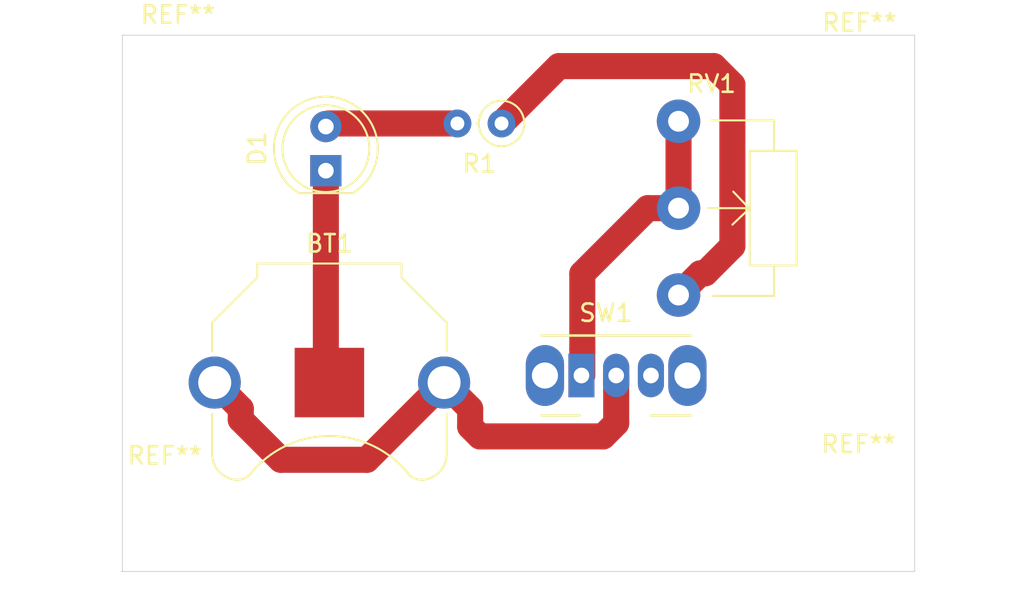
<source format=kicad_pcb>
(kicad_pcb (version 20171130) (host pcbnew "(5.1.2)-1")

  (general
    (thickness 1.6)
    (drawings 5)
    (tracks 27)
    (zones 0)
    (modules 9)
    (nets 6)
  )

  (page A4)
  (layers
    (0 F.Cu signal)
    (31 B.Cu signal)
    (32 B.Adhes user)
    (33 F.Adhes user)
    (34 B.Paste user)
    (35 F.Paste user)
    (36 B.SilkS user)
    (37 F.SilkS user)
    (38 B.Mask user)
    (39 F.Mask user)
    (40 Dwgs.User user)
    (41 Cmts.User user)
    (42 Eco1.User user)
    (43 Eco2.User user)
    (44 Edge.Cuts user)
    (45 Margin user)
    (46 B.CrtYd user)
    (47 F.CrtYd user)
    (48 B.Fab user)
    (49 F.Fab user)
  )

  (setup
    (last_trace_width 1.5)
    (user_trace_width 1.5)
    (trace_clearance 0.3)
    (zone_clearance 0.508)
    (zone_45_only no)
    (trace_min 0.3)
    (via_size 1)
    (via_drill 0.4)
    (via_min_size 1)
    (via_min_drill 0.4)
    (uvia_size 0.3)
    (uvia_drill 0.1)
    (uvias_allowed no)
    (uvia_min_size 0.2)
    (uvia_min_drill 0.1)
    (edge_width 0.05)
    (segment_width 0.2)
    (pcb_text_width 0.3)
    (pcb_text_size 1.5 1.5)
    (mod_edge_width 0.12)
    (mod_text_size 1 1)
    (mod_text_width 0.15)
    (pad_size 1.524 1.524)
    (pad_drill 0.762)
    (pad_to_mask_clearance 0.051)
    (solder_mask_min_width 0.1)
    (aux_axis_origin 0 0)
    (visible_elements FFFFFF7F)
    (pcbplotparams
      (layerselection 0x010fc_ffffffff)
      (usegerberextensions false)
      (usegerberattributes false)
      (usegerberadvancedattributes false)
      (creategerberjobfile false)
      (excludeedgelayer true)
      (linewidth 0.100000)
      (plotframeref false)
      (viasonmask false)
      (mode 1)
      (useauxorigin false)
      (hpglpennumber 1)
      (hpglpenspeed 20)
      (hpglpendiameter 15.000000)
      (psnegative false)
      (psa4output false)
      (plotreference true)
      (plotvalue true)
      (plotinvisibletext false)
      (padsonsilk false)
      (subtractmaskfromsilk false)
      (outputformat 1)
      (mirror false)
      (drillshape 0)
      (scaleselection 1)
      (outputdirectory ""))
  )

  (net 0 "")
  (net 1 GND)
  (net 2 "Net-(BT1-Pad1)")
  (net 3 "Net-(D1-Pad2)")
  (net 4 "Net-(R1-Pad1)")
  (net 5 "Net-(RV1-Pad1)")

  (net_class Default "To jest domyślna klasa połączeń."
    (clearance 0.3)
    (trace_width 0.3)
    (via_dia 1)
    (via_drill 0.4)
    (uvia_dia 0.3)
    (uvia_drill 0.1)
    (diff_pair_width 0.3)
    (diff_pair_gap 0.35)
    (add_net GND)
    (add_net "Net-(BT1-Pad1)")
    (add_net "Net-(D1-Pad2)")
    (add_net "Net-(R1-Pad1)")
    (add_net "Net-(RV1-Pad1)")
  )

  (module Mounting_Holes:MountingHole_3.2mm_M3 (layer F.Cu) (tedit 56D1B4CB) (tstamp 5DA5D446)
    (at 133.7056 46.0502)
    (descr "Mounting Hole 3.2mm, no annular, M3")
    (tags "mounting hole 3.2mm no annular m3")
    (attr virtual)
    (fp_text reference REF** (at 0 -4.2) (layer F.SilkS)
      (effects (font (size 1 1) (thickness 0.15)))
    )
    (fp_text value MountingHole_3.2mm_M3 (at 0 4.2) (layer F.Fab)
      (effects (font (size 1 1) (thickness 0.15)))
    )
    (fp_text user %R (at 0.3 0) (layer F.Fab)
      (effects (font (size 1 1) (thickness 0.15)))
    )
    (fp_circle (center 0 0) (end 3.2 0) (layer Cmts.User) (width 0.15))
    (fp_circle (center 0 0) (end 3.45 0) (layer F.CrtYd) (width 0.05))
    (pad 1 np_thru_hole circle (at 0 0) (size 3.2 3.2) (drill 3.2) (layers *.Cu *.Mask))
  )

  (module Mounting_Holes:MountingHole_3.2mm_M3 (layer F.Cu) (tedit 56D1B4CB) (tstamp 5DA5D43D)
    (at 132.9436 71.4248)
    (descr "Mounting Hole 3.2mm, no annular, M3")
    (tags "mounting hole 3.2mm no annular m3")
    (attr virtual)
    (fp_text reference REF** (at 0 -4.2) (layer F.SilkS)
      (effects (font (size 1 1) (thickness 0.15)))
    )
    (fp_text value MountingHole_3.2mm_M3 (at 0 4.2) (layer F.Fab)
      (effects (font (size 1 1) (thickness 0.15)))
    )
    (fp_text user %R (at 0.3 0) (layer F.Fab)
      (effects (font (size 1 1) (thickness 0.15)))
    )
    (fp_circle (center 0 0) (end 3.2 0) (layer Cmts.User) (width 0.15))
    (fp_circle (center 0 0) (end 3.45 0) (layer F.CrtYd) (width 0.05))
    (pad 1 np_thru_hole circle (at 0 0) (size 3.2 3.2) (drill 3.2) (layers *.Cu *.Mask))
  )

  (module Mounting_Holes:MountingHole_3.2mm_M3 (layer F.Cu) (tedit 56D1B4CB) (tstamp 5DA5D434)
    (at 172.8724 70.7644)
    (descr "Mounting Hole 3.2mm, no annular, M3")
    (tags "mounting hole 3.2mm no annular m3")
    (attr virtual)
    (fp_text reference REF** (at 0 -4.2) (layer F.SilkS)
      (effects (font (size 1 1) (thickness 0.15)))
    )
    (fp_text value MountingHole_3.2mm_M3 (at 0 4.2) (layer F.Fab)
      (effects (font (size 1 1) (thickness 0.15)))
    )
    (fp_text user %R (at 0.3 0) (layer F.Fab)
      (effects (font (size 1 1) (thickness 0.15)))
    )
    (fp_circle (center 0 0) (end 3.2 0) (layer Cmts.User) (width 0.15))
    (fp_circle (center 0 0) (end 3.45 0) (layer F.CrtYd) (width 0.05))
    (pad 1 np_thru_hole circle (at 0 0) (size 3.2 3.2) (drill 3.2) (layers *.Cu *.Mask))
  )

  (module Mounting_Holes:MountingHole_3.2mm_M3 (layer F.Cu) (tedit 56D1B4CB) (tstamp 5DA5D42B)
    (at 172.9232 46.5074)
    (descr "Mounting Hole 3.2mm, no annular, M3")
    (tags "mounting hole 3.2mm no annular m3")
    (attr virtual)
    (fp_text reference REF** (at 0 -4.2) (layer F.SilkS)
      (effects (font (size 1 1) (thickness 0.15)))
    )
    (fp_text value MountingHole_3.2mm_M3 (at 0 4.2) (layer F.Fab)
      (effects (font (size 1 1) (thickness 0.15)))
    )
    (fp_text user %R (at 0.3 0) (layer F.Fab)
      (effects (font (size 1 1) (thickness 0.15)))
    )
    (fp_circle (center 0 0) (end 3.2 0) (layer Cmts.User) (width 0.15))
    (fp_circle (center 0 0) (end 3.45 0) (layer F.CrtYd) (width 0.05))
    (pad 1 np_thru_hole circle (at 0 0) (size 3.2 3.2) (drill 3.2) (layers *.Cu *.Mask))
  )

  (module Battery_Holders:Keystone_3001_1x12mm-CoinCell (layer F.Cu) (tedit 58972363) (tstamp 5DA5CAA2)
    (at 142.4178 63.0174)
    (descr http://www.keyelco.com/product-pdf.cfm?p=778)
    (tags "Keystone type 3001 coin cell retainer")
    (path /5DA95961)
    (fp_text reference BT1 (at 0 -8) (layer F.SilkS)
      (effects (font (size 1 1) (thickness 0.15)))
    )
    (fp_text value "3V litowa" (at 0 7.5) (layer F.Fab)
      (effects (font (size 1 1) (thickness 0.15)))
    )
    (fp_line (start -4 -6.7) (end 4 -6.7) (layer F.Fab) (width 0.1))
    (fp_line (start -4 -6.7) (end -4 -6) (layer F.Fab) (width 0.1))
    (fp_line (start 4 -6.7) (end 4 -6) (layer F.Fab) (width 0.1))
    (fp_line (start -4 -6) (end -6.6 -3.4) (layer F.Fab) (width 0.1))
    (fp_line (start 4 -6) (end 6.6 -3.4) (layer F.Fab) (width 0.1))
    (fp_line (start -6.6 -3.4) (end -6.6 4.1) (layer F.Fab) (width 0.1))
    (fp_line (start 6.6 -3.4) (end 6.6 4.1) (layer F.Fab) (width 0.1))
    (fp_arc (start -5.25 4.1) (end -5.3 5.45) (angle 90) (layer F.Fab) (width 0.1))
    (fp_line (start 6.75 -3.45) (end 6.75 -1.8) (layer F.SilkS) (width 0.12))
    (fp_line (start 4.15 -6.05) (end 6.75 -3.45) (layer F.SilkS) (width 0.12))
    (fp_line (start 4.15 -6.85) (end 4.15 -6.05) (layer F.SilkS) (width 0.12))
    (fp_line (start -4.15 -6.85) (end 4.15 -6.85) (layer F.SilkS) (width 0.12))
    (fp_line (start -4.15 -6.05) (end -4.15 -6.85) (layer F.SilkS) (width 0.12))
    (fp_line (start -6.75 -3.45) (end -4.15 -6.05) (layer F.SilkS) (width 0.12))
    (fp_line (start -6.75 -1.8) (end -6.75 -3.45) (layer F.SilkS) (width 0.12))
    (fp_line (start -7.25 -1.95) (end -7.25 -3.8) (layer F.CrtYd) (width 0.05))
    (fp_line (start -7.25 -3.8) (end -4.65 -6.4) (layer F.CrtYd) (width 0.05))
    (fp_line (start -4.65 -6.4) (end -4.65 -7.35) (layer F.CrtYd) (width 0.05))
    (fp_line (start -4.65 -7.35) (end 4.65 -7.35) (layer F.CrtYd) (width 0.05))
    (fp_line (start 4.65 -6.4) (end 4.65 -7.35) (layer F.CrtYd) (width 0.05))
    (fp_line (start 7.25 -3.8) (end 4.65 -6.4) (layer F.CrtYd) (width 0.05))
    (fp_line (start 7.25 -1.95) (end 7.25 -3.8) (layer F.CrtYd) (width 0.05))
    (fp_arc (start 5.25 4.1) (end 5.3 5.45) (angle -90) (layer F.Fab) (width 0.1))
    (fp_line (start -6.75 1.8) (end -6.75 4.1) (layer F.SilkS) (width 0.12))
    (fp_line (start 6.75 1.8) (end 6.75 4.1) (layer F.SilkS) (width 0.12))
    (fp_line (start 7.25 1.95) (end 7.25 4.1) (layer F.CrtYd) (width 0.05))
    (fp_line (start -7.25 1.95) (end -7.25 4.1) (layer F.CrtYd) (width 0.05))
    (fp_arc (start -5.25 4.1) (end -5.3 6.1) (angle 90) (layer F.CrtYd) (width 0.05))
    (fp_arc (start -5.25 4.1) (end -5.3 5.6) (angle 90) (layer F.SilkS) (width 0.12))
    (fp_arc (start 5.25 4.1) (end 5.3 5.6) (angle -90) (layer F.SilkS) (width 0.12))
    (fp_arc (start 0 8.9) (end -4.6 5.1) (angle 101) (layer F.Fab) (width 0.1))
    (fp_arc (start -5.29 4.6) (end -4.6 5.1) (angle 60) (layer F.Fab) (width 0.1))
    (fp_arc (start 5.29 4.6) (end 4.6 5.1) (angle -60) (layer F.Fab) (width 0.1))
    (fp_arc (start 0 8.9) (end -4.5 5.2) (angle 101) (layer F.SilkS) (width 0.12))
    (fp_arc (start -5.29 4.6) (end -4.5 5.2) (angle 60) (layer F.SilkS) (width 0.12))
    (fp_arc (start 5.29 4.6) (end 4.5 5.2) (angle -60) (layer F.SilkS) (width 0.12))
    (fp_circle (center 0 0) (end 0 6.25) (layer Dwgs.User) (width 0.15))
    (fp_arc (start -6.6 0) (end -7.25 1.95) (angle 143) (layer F.CrtYd) (width 0.05))
    (fp_arc (start 6.6 0) (end 7.25 1.95) (angle -143) (layer F.CrtYd) (width 0.05))
    (fp_arc (start -5.29 4.6) (end -4.22 5.65) (angle 54.1) (layer F.CrtYd) (width 0.05))
    (fp_arc (start 5.29 4.6) (end 4.22 5.65) (angle -54.1) (layer F.CrtYd) (width 0.05))
    (fp_arc (start 5.25 4.1) (end 5.3 6.1) (angle -90) (layer F.CrtYd) (width 0.05))
    (fp_arc (start 0 0) (end 0 6.75) (angle -36.6) (layer F.CrtYd) (width 0.05))
    (fp_arc (start 0.11 9.15) (end -4.22 5.65) (angle 3.1) (layer F.CrtYd) (width 0.05))
    (fp_arc (start 0.11 9.15) (end 4.22 5.65) (angle -3.1) (layer F.CrtYd) (width 0.05))
    (fp_arc (start 0 0) (end 0 6.75) (angle 36.6) (layer F.CrtYd) (width 0.05))
    (pad 2 smd rect (at 0 0) (size 4 4) (layers F.Cu F.Mask)
      (net 1 GND))
    (pad 1 thru_hole circle (at 6.6 0) (size 3 3) (drill 1.9) (layers *.Cu *.Mask)
      (net 2 "Net-(BT1-Pad1)"))
    (pad 1 thru_hole circle (at -6.6 0) (size 3 3) (drill 1.9) (layers *.Cu *.Mask)
      (net 2 "Net-(BT1-Pad1)"))
    (model Battery_Holders.3dshapes/Keystone_3001_1x12mm-CoinCell.wrl
      (at (xyz 0 0 0))
      (scale (xyz 1 1 1))
      (rotate (xyz 0 0 0))
    )
  )

  (module LEDs:LED_D5.0mm (layer F.Cu) (tedit 5995936A) (tstamp 5DA5CAB4)
    (at 142.2146 50.8254 90)
    (descr "LED, diameter 5.0mm, 2 pins, http://cdn-reichelt.de/documents/datenblatt/A500/LL-504BC2E-009.pdf")
    (tags "LED diameter 5.0mm 2 pins")
    (path /5DA9C74A)
    (fp_text reference D1 (at 1.27 -3.96 90) (layer F.SilkS)
      (effects (font (size 1 1) (thickness 0.15)))
    )
    (fp_text value czerwona (at 1.27 3.96 90) (layer F.Fab)
      (effects (font (size 1 1) (thickness 0.15)))
    )
    (fp_text user %R (at 1.25 0 90) (layer F.Fab)
      (effects (font (size 0.8 0.8) (thickness 0.2)))
    )
    (fp_line (start 4.5 -3.25) (end -1.95 -3.25) (layer F.CrtYd) (width 0.05))
    (fp_line (start 4.5 3.25) (end 4.5 -3.25) (layer F.CrtYd) (width 0.05))
    (fp_line (start -1.95 3.25) (end 4.5 3.25) (layer F.CrtYd) (width 0.05))
    (fp_line (start -1.95 -3.25) (end -1.95 3.25) (layer F.CrtYd) (width 0.05))
    (fp_line (start -1.29 -1.545) (end -1.29 1.545) (layer F.SilkS) (width 0.12))
    (fp_line (start -1.23 -1.469694) (end -1.23 1.469694) (layer F.Fab) (width 0.1))
    (fp_circle (center 1.27 0) (end 3.77 0) (layer F.SilkS) (width 0.12))
    (fp_circle (center 1.27 0) (end 3.77 0) (layer F.Fab) (width 0.1))
    (fp_arc (start 1.27 0) (end -1.29 1.54483) (angle -148.9) (layer F.SilkS) (width 0.12))
    (fp_arc (start 1.27 0) (end -1.29 -1.54483) (angle 148.9) (layer F.SilkS) (width 0.12))
    (fp_arc (start 1.27 0) (end -1.23 -1.469694) (angle 299.1) (layer F.Fab) (width 0.1))
    (pad 2 thru_hole circle (at 2.54 0 90) (size 1.8 1.8) (drill 0.9) (layers *.Cu *.Mask)
      (net 3 "Net-(D1-Pad2)"))
    (pad 1 thru_hole rect (at 0 0 90) (size 1.8 1.8) (drill 0.9) (layers *.Cu *.Mask)
      (net 1 GND))
    (model ${KISYS3DMOD}/LEDs.3dshapes/LED_D5.0mm.wrl
      (at (xyz 0 0 0))
      (scale (xyz 0.393701 0.393701 0.393701))
      (rotate (xyz 0 0 0))
    )
  )

  (module Resistors_THT:R_Axial_DIN0207_L6.3mm_D2.5mm_P2.54mm_Vertical (layer F.Cu) (tedit 5874F706) (tstamp 5DA5CAC2)
    (at 152.3238 48.1076 180)
    (descr "Resistor, Axial_DIN0207 series, Axial, Vertical, pin pitch=2.54mm, 0.25W = 1/4W, length*diameter=6.3*2.5mm^2, http://cdn-reichelt.de/documents/datenblatt/B400/1_4W%23YAG.pdf")
    (tags "Resistor Axial_DIN0207 series Axial Vertical pin pitch 2.54mm 0.25W = 1/4W length 6.3mm diameter 2.5mm")
    (path /5DA99DE6)
    (fp_text reference R1 (at 1.27 -2.31) (layer F.SilkS)
      (effects (font (size 1 1) (thickness 0.15)))
    )
    (fp_text value 220 (at 1.27 2.31) (layer F.Fab)
      (effects (font (size 1 1) (thickness 0.15)))
    )
    (fp_line (start 3.65 -1.6) (end -1.6 -1.6) (layer F.CrtYd) (width 0.05))
    (fp_line (start 3.65 1.6) (end 3.65 -1.6) (layer F.CrtYd) (width 0.05))
    (fp_line (start -1.6 1.6) (end 3.65 1.6) (layer F.CrtYd) (width 0.05))
    (fp_line (start -1.6 -1.6) (end -1.6 1.6) (layer F.CrtYd) (width 0.05))
    (fp_line (start 1.31 0) (end 1.44 0) (layer F.SilkS) (width 0.12))
    (fp_line (start 0 0) (end 2.54 0) (layer F.Fab) (width 0.1))
    (fp_circle (center 0 0) (end 1.31 0) (layer F.SilkS) (width 0.12))
    (fp_circle (center 0 0) (end 1.25 0) (layer F.Fab) (width 0.1))
    (pad 2 thru_hole oval (at 2.54 0 180) (size 1.6 1.6) (drill 0.8) (layers *.Cu *.Mask)
      (net 3 "Net-(D1-Pad2)"))
    (pad 1 thru_hole circle (at 0 0 180) (size 1.6 1.6) (drill 0.8) (layers *.Cu *.Mask)
      (net 4 "Net-(R1-Pad1)"))
    (model ${KISYS3DMOD}/Resistors_THT.3dshapes/R_Axial_DIN0207_L6.3mm_D2.5mm_P2.54mm_Vertical.wrl
      (at (xyz 0 0 0))
      (scale (xyz 0.393701 0.393701 0.393701))
      (rotate (xyz 0 0 0))
    )
  )

  (module Potentiometers:Potentiometer_WirePads (layer F.Cu) (tedit 58822A41) (tstamp 5DA5CAD8)
    (at 162.5092 47.9806)
    (descr "Potentiometer, Wire Pads only, RevA, 30 July 2010,")
    (tags "Potentiometer Wire Pads only RevA 30 July 2010 ")
    (path /5DA960A0)
    (fp_text reference RV1 (at 1.9 -2.15) (layer F.SilkS)
      (effects (font (size 1 1) (thickness 0.15)))
    )
    (fp_text value 10k (at 2 12.2) (layer F.Fab)
      (effects (font (size 1 1) (thickness 0.15)))
    )
    (fp_line (start 7.05 11.5) (end -1.5 11.5) (layer F.CrtYd) (width 0.05))
    (fp_line (start 7.05 11.5) (end 7.05 -1.5) (layer F.CrtYd) (width 0.05))
    (fp_line (start -1.5 -1.5) (end -1.5 11.5) (layer F.CrtYd) (width 0.05))
    (fp_line (start -1.5 -1.5) (end 7.05 -1.5) (layer F.CrtYd) (width 0.05))
    (fp_line (start 4.1 8.3) (end 4.1 1.7) (layer F.SilkS) (width 0.12))
    (fp_line (start 6.8 8.3) (end 4.1 8.3) (layer F.SilkS) (width 0.12))
    (fp_line (start 6.8 1.7) (end 6.8 8.3) (layer F.SilkS) (width 0.12))
    (fp_line (start 4.1 1.7) (end 6.8 1.7) (layer F.SilkS) (width 0.12))
    (fp_line (start 4.1 5.05) (end 3.15 4.05) (layer F.SilkS) (width 0.12))
    (fp_line (start 4.1 5) (end 3.1 5.95) (layer F.SilkS) (width 0.12))
    (fp_line (start 5.5 -0.05) (end 1.9 -0.05) (layer F.SilkS) (width 0.12))
    (fp_line (start 5.5 1.7) (end 5.5 -0.05) (layer F.SilkS) (width 0.12))
    (fp_line (start 5.5 8.3) (end 5.5 10.05) (layer F.SilkS) (width 0.12))
    (fp_line (start 5.5 10.05) (end 1.95 10.05) (layer F.SilkS) (width 0.12))
    (fp_line (start 4.05 5) (end 1.7 5) (layer F.SilkS) (width 0.12))
    (pad 1 thru_hole circle (at 0 0) (size 2.5 2.5) (drill 1.2) (layers *.Cu *.Mask)
      (net 5 "Net-(RV1-Pad1)"))
    (pad 3 thru_hole circle (at 0 10) (size 2.5 2.5) (drill 1.2) (layers *.Cu *.Mask)
      (net 4 "Net-(R1-Pad1)"))
    (pad 2 thru_hole circle (at 0 5) (size 2.5 2.5) (drill 1.2) (layers *.Cu *.Mask)
      (net 5 "Net-(RV1-Pad1)"))
  )

  (module Buttons_Switches_THT:SW_CuK_OS102011MA1QN1_SPDT_Angled (layer F.Cu) (tedit 59AFFC74) (tstamp 5DA5CAF0)
    (at 156.9212 62.611)
    (descr "CuK miniature slide switch, OS series, SPDT, right angle, http://www.ckswitches.com/media/1428/os.pdf")
    (tags "switch SPDT")
    (path /5DA9EF28)
    (fp_text reference SW1 (at 1.4 -3.6) (layer F.SilkS)
      (effects (font (size 1 1) (thickness 0.15)))
    )
    (fp_text value SW_SPDT (at 1.7 7.7) (layer F.Fab)
      (effects (font (size 1 1) (thickness 0.15)))
    )
    (fp_line (start -3.7 -2.7) (end 7.7 -2.7) (layer F.CrtYd) (width 0.05))
    (fp_line (start -3.7 6.7) (end -3.7 -2.7) (layer F.CrtYd) (width 0.05))
    (fp_line (start 7.7 6.7) (end -3.7 6.7) (layer F.CrtYd) (width 0.05))
    (fp_line (start 7.7 -2.7) (end 7.7 6.7) (layer F.CrtYd) (width 0.05))
    (fp_line (start 4 2.3) (end 6.3 2.3) (layer F.SilkS) (width 0.15))
    (fp_line (start -2.3 2.3) (end -0.1 2.3) (layer F.SilkS) (width 0.15))
    (fp_line (start -2.3 -2.3) (end 6.3 -2.3) (layer F.SilkS) (width 0.15))
    (fp_line (start 0 6.2) (end 0 2.2) (layer F.Fab) (width 0.1))
    (fp_line (start 2 6.2) (end 0 6.2) (layer F.Fab) (width 0.1))
    (fp_line (start 2 2.2) (end 2 6.2) (layer F.Fab) (width 0.1))
    (fp_line (start 6.3 2.2) (end 6.3 -2.2) (layer F.Fab) (width 0.1))
    (fp_line (start -2.3 2.2) (end 6.3 2.2) (layer F.Fab) (width 0.1))
    (fp_line (start -2.3 -2.2) (end -2.3 2.2) (layer F.Fab) (width 0.1))
    (fp_line (start -2.3 -2.2) (end 6.3 -2.2) (layer F.Fab) (width 0.1))
    (fp_text user %R (at 2.3 1.7) (layer F.Fab)
      (effects (font (size 0.5 0.5) (thickness 0.1)))
    )
    (pad "" thru_hole oval (at 6.1 0) (size 2.2 3.5) (drill 1.5) (layers *.Cu *.Mask))
    (pad "" thru_hole oval (at -2.1 0) (size 2.2 3.5) (drill 1.5) (layers *.Cu *.Mask))
    (pad 3 thru_hole oval (at 4 0) (size 1.5 2.5) (drill 0.9) (layers *.Cu *.Mask))
    (pad 2 thru_hole oval (at 2 0) (size 1.5 2.5) (drill 0.9) (layers *.Cu *.Mask)
      (net 2 "Net-(BT1-Pad1)"))
    (pad 1 thru_hole rect (at 0 0) (size 1.5 2.5) (drill 0.9) (layers *.Cu *.Mask)
      (net 5 "Net-(RV1-Pad1)"))
    (model ${KISYS3DMOD}/Buttons_Switches_THT.3dshapes/SW_CuK_OS102011MA1QN1_SPDT_Angled.wrl
      (at (xyz 0 0 0))
      (scale (xyz 1 1 1))
      (rotate (xyz 0 0 0))
    )
  )

  (gr_line (start 130.5052 43.0276) (end 130.5052 73.8886) (layer Edge.Cuts) (width 0.05))
  (gr_line (start 130.5814 43.0276) (end 130.5052 43.0276) (layer Edge.Cuts) (width 0.05))
  (gr_line (start 176.0982 43.0276) (end 130.556 43.0276) (layer Edge.Cuts) (width 0.05))
  (gr_line (start 176.0982 73.8886) (end 176.0982 43.0276) (layer Edge.Cuts) (width 0.05))
  (gr_line (start 130.429 73.8886) (end 176.0982 73.8886) (layer Edge.Cuts) (width 0.05))

  (segment (start 142.2146 62.8142) (end 142.4178 63.0174) (width 1.5) (layer F.Cu) (net 1))
  (segment (start 142.2146 50.8254) (end 142.2146 62.8142) (width 1.5) (layer F.Cu) (net 1))
  (segment (start 137.317799 64.517399) (end 137.317799 65.156399) (width 1.5) (layer F.Cu) (net 2))
  (segment (start 135.8178 63.0174) (end 137.317799 64.517399) (width 1.5) (layer F.Cu) (net 2))
  (segment (start 137.317799 65.156399) (end 139.6238 67.4624) (width 1.5) (layer F.Cu) (net 2))
  (segment (start 144.5728 67.4624) (end 149.0178 63.0174) (width 1.5) (layer F.Cu) (net 2))
  (segment (start 139.6238 67.4624) (end 144.5728 67.4624) (width 1.5) (layer F.Cu) (net 2))
  (segment (start 150.517799 64.517399) (end 150.517799 65.554799) (width 1.5) (layer F.Cu) (net 2))
  (segment (start 149.0178 63.0174) (end 150.517799 64.517399) (width 1.5) (layer F.Cu) (net 2))
  (segment (start 150.517799 65.554799) (end 151.0792 66.1162) (width 1.5) (layer F.Cu) (net 2))
  (segment (start 158.9212 65.361) (end 158.9212 62.611) (width 1.5) (layer F.Cu) (net 2))
  (segment (start 158.166 66.1162) (end 158.9212 65.361) (width 1.5) (layer F.Cu) (net 2))
  (segment (start 151.0792 66.1162) (end 158.166 66.1162) (width 1.5) (layer F.Cu) (net 2))
  (segment (start 142.3924 48.1076) (end 142.2146 48.2854) (width 1.5) (layer F.Cu) (net 3))
  (segment (start 149.7838 48.1076) (end 142.3924 48.1076) (width 1.5) (layer F.Cu) (net 3))
  (segment (start 163.759199 56.730601) (end 164.046199 56.730601) (width 1.5) (layer F.Cu) (net 4))
  (segment (start 162.5092 57.9806) (end 163.759199 56.730601) (width 1.5) (layer F.Cu) (net 4))
  (segment (start 164.046199 56.730601) (end 165.608 55.1688) (width 1.5) (layer F.Cu) (net 4))
  (segment (start 165.608 55.1688) (end 165.608 45.8724) (width 1.5) (layer F.Cu) (net 4))
  (segment (start 165.608 45.8724) (end 164.5412 44.8056) (width 1.5) (layer F.Cu) (net 4))
  (segment (start 155.6258 44.8056) (end 152.3238 48.1076) (width 1.5) (layer F.Cu) (net 4))
  (segment (start 164.5412 44.8056) (end 155.6258 44.8056) (width 1.5) (layer F.Cu) (net 4))
  (segment (start 156.97121 61.070437) (end 156.97121 62.611) (width 1.5) (layer F.Cu) (net 5))
  (segment (start 156.97121 56.750824) (end 156.97121 61.070437) (width 1.5) (layer F.Cu) (net 5))
  (segment (start 162.5092 52.9806) (end 160.741434 52.9806) (width 1.5) (layer F.Cu) (net 5))
  (segment (start 160.741434 52.9806) (end 156.97121 56.750824) (width 1.5) (layer F.Cu) (net 5))
  (segment (start 162.5092 52.9806) (end 162.5092 47.9806) (width 1.5) (layer F.Cu) (net 5))

)

</source>
